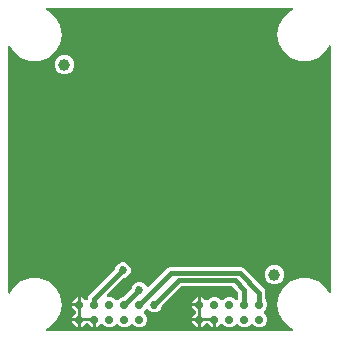
<source format=gbl>
G04 EAGLE Gerber RS-274X export*
G75*
%MOMM*%
%FSLAX34Y34*%
%LPD*%
%INBottom Copper*%
%IPPOS*%
%AMOC8*
5,1,8,0,0,1.08239X$1,22.5*%
G01*
%ADD10C,0.736600*%
%ADD11C,1.000000*%
%ADD12C,0.685800*%
%ADD13C,0.406400*%

G36*
X243661Y3064D02*
X243661Y3064D01*
X243769Y3072D01*
X243801Y3084D01*
X243836Y3089D01*
X243934Y3133D01*
X244035Y3170D01*
X244063Y3191D01*
X244095Y3205D01*
X244177Y3274D01*
X244264Y3338D01*
X244286Y3366D01*
X244312Y3388D01*
X244372Y3478D01*
X244438Y3564D01*
X244450Y3596D01*
X244470Y3625D01*
X244502Y3728D01*
X244542Y3828D01*
X244545Y3863D01*
X244555Y3896D01*
X244558Y4004D01*
X244568Y4111D01*
X244562Y4146D01*
X244563Y4180D01*
X244536Y4285D01*
X244515Y4391D01*
X244500Y4422D01*
X244491Y4455D01*
X244436Y4548D01*
X244387Y4644D01*
X244364Y4670D01*
X244346Y4700D01*
X244267Y4774D01*
X244194Y4853D01*
X244167Y4868D01*
X244138Y4894D01*
X243948Y4992D01*
X243901Y5018D01*
X242522Y5520D01*
X236415Y10644D01*
X232429Y17549D01*
X231045Y25400D01*
X232429Y33251D01*
X236415Y40155D01*
X242522Y45280D01*
X250014Y48007D01*
X257986Y48007D01*
X265478Y45280D01*
X271585Y40156D01*
X274420Y35246D01*
X274432Y35230D01*
X274439Y35213D01*
X274519Y35119D01*
X274595Y35022D01*
X274611Y35010D01*
X274623Y34996D01*
X274725Y34927D01*
X274825Y34855D01*
X274843Y34849D01*
X274860Y34838D01*
X274977Y34801D01*
X275093Y34759D01*
X275112Y34758D01*
X275131Y34752D01*
X275253Y34749D01*
X275376Y34741D01*
X275395Y34745D01*
X275415Y34745D01*
X275534Y34776D01*
X275654Y34802D01*
X275671Y34811D01*
X275690Y34816D01*
X275796Y34879D01*
X275904Y34938D01*
X275918Y34952D01*
X275934Y34962D01*
X276019Y35051D01*
X276106Y35138D01*
X276116Y35155D01*
X276129Y35169D01*
X276185Y35278D01*
X276245Y35386D01*
X276250Y35405D01*
X276258Y35422D01*
X276271Y35494D01*
X276310Y35662D01*
X276307Y35713D01*
X276314Y35753D01*
X276389Y243775D01*
X276386Y243795D01*
X276388Y243814D01*
X276366Y243935D01*
X276349Y244057D01*
X276341Y244075D01*
X276337Y244094D01*
X276283Y244204D01*
X276233Y244316D01*
X276220Y244331D01*
X276211Y244349D01*
X276128Y244440D01*
X276049Y244533D01*
X276033Y244544D01*
X276019Y244559D01*
X275915Y244623D01*
X275812Y244691D01*
X275794Y244697D01*
X275777Y244707D01*
X275658Y244740D01*
X275541Y244777D01*
X275522Y244777D01*
X275503Y244783D01*
X275380Y244781D01*
X275257Y244784D01*
X275238Y244779D01*
X275218Y244779D01*
X275101Y244743D01*
X274982Y244713D01*
X274965Y244702D01*
X274946Y244697D01*
X274844Y244630D01*
X274738Y244567D01*
X274724Y244553D01*
X274708Y244542D01*
X274661Y244486D01*
X274543Y244360D01*
X274520Y244314D01*
X274494Y244283D01*
X271585Y239245D01*
X265478Y234120D01*
X257986Y231393D01*
X250014Y231393D01*
X242522Y234120D01*
X236415Y239244D01*
X232429Y246149D01*
X231045Y254000D01*
X232429Y261851D01*
X236415Y268755D01*
X242522Y273880D01*
X243901Y274382D01*
X243997Y274433D01*
X244095Y274477D01*
X244122Y274499D01*
X244152Y274516D01*
X244230Y274591D01*
X244312Y274661D01*
X244331Y274689D01*
X244356Y274714D01*
X244410Y274807D01*
X244470Y274897D01*
X244480Y274930D01*
X244497Y274960D01*
X244523Y275065D01*
X244555Y275168D01*
X244556Y275203D01*
X244565Y275237D01*
X244560Y275344D01*
X244563Y275452D01*
X244554Y275486D01*
X244553Y275521D01*
X244518Y275623D01*
X244491Y275727D01*
X244473Y275757D01*
X244462Y275790D01*
X244401Y275879D01*
X244346Y275972D01*
X244320Y275996D01*
X244301Y276024D01*
X244217Y276092D01*
X244138Y276166D01*
X244107Y276182D01*
X244081Y276204D01*
X243981Y276247D01*
X243885Y276296D01*
X243855Y276301D01*
X243819Y276316D01*
X243607Y276342D01*
X243554Y276351D01*
X35846Y276351D01*
X35739Y276336D01*
X35631Y276328D01*
X35599Y276316D01*
X35564Y276311D01*
X35466Y276267D01*
X35365Y276230D01*
X35337Y276209D01*
X35305Y276195D01*
X35223Y276126D01*
X35136Y276062D01*
X35114Y276034D01*
X35088Y276012D01*
X35028Y275922D01*
X34962Y275836D01*
X34950Y275804D01*
X34930Y275775D01*
X34898Y275672D01*
X34858Y275572D01*
X34855Y275537D01*
X34845Y275504D01*
X34842Y275396D01*
X34832Y275289D01*
X34838Y275254D01*
X34837Y275220D01*
X34864Y275115D01*
X34885Y275009D01*
X34900Y274978D01*
X34909Y274945D01*
X34964Y274852D01*
X35013Y274756D01*
X35036Y274730D01*
X35054Y274700D01*
X35133Y274626D01*
X35206Y274547D01*
X35233Y274532D01*
X35262Y274506D01*
X35452Y274408D01*
X35499Y274382D01*
X36878Y273880D01*
X42985Y268756D01*
X46971Y261851D01*
X48355Y254000D01*
X46971Y246149D01*
X42985Y239245D01*
X36878Y234120D01*
X29386Y231393D01*
X21414Y231393D01*
X13922Y234120D01*
X7815Y239244D01*
X5030Y244068D01*
X5018Y244083D01*
X5010Y244101D01*
X4931Y244195D01*
X4855Y244292D01*
X4839Y244303D01*
X4827Y244318D01*
X4725Y244386D01*
X4625Y244458D01*
X4607Y244465D01*
X4590Y244476D01*
X4473Y244513D01*
X4357Y244554D01*
X4338Y244556D01*
X4319Y244561D01*
X4197Y244565D01*
X4073Y244572D01*
X4054Y244568D01*
X4035Y244569D01*
X3916Y244538D01*
X3796Y244511D01*
X3779Y244502D01*
X3760Y244497D01*
X3654Y244434D01*
X3546Y244375D01*
X3532Y244362D01*
X3516Y244352D01*
X3431Y244262D01*
X3344Y244176D01*
X3334Y244159D01*
X3321Y244145D01*
X3265Y244035D01*
X3205Y243928D01*
X3200Y243909D01*
X3192Y243892D01*
X3179Y243819D01*
X3140Y243651D01*
X3143Y243600D01*
X3136Y243561D01*
X3062Y35711D01*
X3064Y35692D01*
X3062Y35672D01*
X3084Y35551D01*
X3101Y35430D01*
X3109Y35412D01*
X3113Y35392D01*
X3167Y35282D01*
X3217Y35170D01*
X3230Y35155D01*
X3239Y35138D01*
X3322Y35047D01*
X3401Y34953D01*
X3417Y34942D01*
X3431Y34928D01*
X3536Y34864D01*
X3638Y34796D01*
X3656Y34790D01*
X3673Y34779D01*
X3792Y34747D01*
X3909Y34710D01*
X3928Y34709D01*
X3947Y34704D01*
X4070Y34706D01*
X4193Y34702D01*
X4212Y34707D01*
X4232Y34708D01*
X4349Y34743D01*
X4468Y34774D01*
X4485Y34784D01*
X4504Y34790D01*
X4607Y34856D01*
X4712Y34919D01*
X4726Y34934D01*
X4742Y34944D01*
X4789Y35001D01*
X4907Y35126D01*
X4930Y35172D01*
X4956Y35203D01*
X7815Y40155D01*
X13922Y45280D01*
X21414Y48007D01*
X29386Y48007D01*
X36878Y45280D01*
X42985Y40156D01*
X46971Y33251D01*
X48355Y25400D01*
X46971Y17549D01*
X42985Y10644D01*
X36878Y5520D01*
X35499Y5018D01*
X35403Y4967D01*
X35305Y4923D01*
X35278Y4901D01*
X35248Y4884D01*
X35170Y4809D01*
X35088Y4739D01*
X35069Y4711D01*
X35044Y4686D01*
X34990Y4593D01*
X34930Y4503D01*
X34920Y4470D01*
X34903Y4440D01*
X34877Y4335D01*
X34845Y4232D01*
X34844Y4197D01*
X34835Y4163D01*
X34840Y4056D01*
X34837Y3948D01*
X34846Y3914D01*
X34847Y3879D01*
X34882Y3777D01*
X34909Y3673D01*
X34927Y3643D01*
X34938Y3610D01*
X34999Y3521D01*
X35054Y3428D01*
X35080Y3404D01*
X35099Y3376D01*
X35183Y3308D01*
X35262Y3234D01*
X35293Y3218D01*
X35319Y3196D01*
X35419Y3153D01*
X35515Y3104D01*
X35545Y3099D01*
X35581Y3084D01*
X35793Y3058D01*
X35846Y3049D01*
X243554Y3049D01*
X243661Y3064D01*
G37*
%LPC*%
G36*
X87561Y5968D02*
X87561Y5968D01*
X85087Y6993D01*
X83193Y8887D01*
X83133Y9031D01*
X83097Y9094D01*
X83069Y9160D01*
X83025Y9215D01*
X82989Y9276D01*
X82936Y9326D01*
X82891Y9382D01*
X82834Y9423D01*
X82782Y9471D01*
X82718Y9504D01*
X82659Y9546D01*
X82592Y9569D01*
X82529Y9601D01*
X82458Y9615D01*
X82390Y9639D01*
X82320Y9643D01*
X82250Y9657D01*
X82178Y9650D01*
X82106Y9654D01*
X82038Y9638D01*
X81967Y9632D01*
X81900Y9606D01*
X81829Y9590D01*
X81768Y9555D01*
X81702Y9530D01*
X81644Y9487D01*
X81581Y9451D01*
X81540Y9408D01*
X81475Y9358D01*
X81403Y9262D01*
X81351Y9207D01*
X81034Y8733D01*
X80168Y7866D01*
X79148Y7185D01*
X78015Y6715D01*
X77279Y6569D01*
X77279Y12636D01*
X77271Y12694D01*
X77272Y12753D01*
X77251Y12834D01*
X77239Y12918D01*
X77215Y12971D01*
X77200Y13028D01*
X77157Y13100D01*
X77123Y13177D01*
X77085Y13222D01*
X77055Y13272D01*
X76993Y13330D01*
X76939Y13394D01*
X76919Y13407D01*
X76866Y13457D01*
X76812Y13521D01*
X76763Y13554D01*
X76720Y13594D01*
X76645Y13632D01*
X76575Y13679D01*
X76519Y13697D01*
X76467Y13723D01*
X76399Y13735D01*
X76304Y13765D01*
X76204Y13767D01*
X76136Y13779D01*
X64579Y13779D01*
X64579Y25336D01*
X64571Y25394D01*
X64571Y25419D01*
X64579Y25464D01*
X64579Y31531D01*
X65315Y31385D01*
X66448Y30915D01*
X67468Y30234D01*
X68334Y29367D01*
X68651Y28893D01*
X68699Y28839D01*
X68740Y28779D01*
X68794Y28734D01*
X68841Y28681D01*
X68902Y28643D01*
X68957Y28596D01*
X69022Y28568D01*
X69081Y28530D01*
X69151Y28510D01*
X69217Y28481D01*
X69287Y28471D01*
X69355Y28452D01*
X69427Y28452D01*
X69499Y28442D01*
X69568Y28452D01*
X69639Y28452D01*
X69708Y28472D01*
X69780Y28483D01*
X69844Y28512D01*
X69912Y28531D01*
X69973Y28570D01*
X70039Y28600D01*
X70093Y28646D01*
X70152Y28683D01*
X70200Y28737D01*
X70255Y28784D01*
X70287Y28835D01*
X70341Y28896D01*
X70393Y29004D01*
X70433Y29069D01*
X70493Y29213D01*
X70822Y29542D01*
X70874Y29612D01*
X70934Y29676D01*
X70960Y29725D01*
X70993Y29769D01*
X71024Y29851D01*
X71064Y29929D01*
X71072Y29976D01*
X71094Y30035D01*
X71106Y30183D01*
X71119Y30260D01*
X71119Y31491D01*
X71893Y33358D01*
X93555Y55020D01*
X93607Y55090D01*
X93667Y55154D01*
X93693Y55203D01*
X93726Y55247D01*
X93757Y55329D01*
X93797Y55407D01*
X93805Y55455D01*
X93827Y55513D01*
X93839Y55661D01*
X93852Y55738D01*
X93852Y55898D01*
X94838Y58279D01*
X96661Y60102D01*
X99042Y61088D01*
X101618Y61088D01*
X103999Y60102D01*
X105822Y58279D01*
X106808Y55898D01*
X106808Y53322D01*
X105822Y50941D01*
X103999Y49118D01*
X101618Y48132D01*
X101458Y48132D01*
X101371Y48120D01*
X101284Y48117D01*
X101231Y48100D01*
X101177Y48092D01*
X101097Y48057D01*
X101014Y48030D01*
X100974Y48002D01*
X100917Y47976D01*
X100804Y47880D01*
X100740Y47835D01*
X86770Y33865D01*
X86752Y33841D01*
X86730Y33822D01*
X86667Y33728D01*
X86599Y33638D01*
X86589Y33610D01*
X86572Y33586D01*
X86538Y33478D01*
X86498Y33372D01*
X86496Y33343D01*
X86487Y33315D01*
X86484Y33201D01*
X86474Y33089D01*
X86480Y33060D01*
X86479Y33031D01*
X86508Y32921D01*
X86530Y32810D01*
X86544Y32784D01*
X86551Y32756D01*
X86609Y32658D01*
X86661Y32558D01*
X86681Y32536D01*
X86696Y32511D01*
X86779Y32434D01*
X86857Y32352D01*
X86882Y32337D01*
X86904Y32317D01*
X87005Y32265D01*
X87102Y32208D01*
X87131Y32201D01*
X87157Y32187D01*
X87234Y32174D01*
X87378Y32138D01*
X87440Y32140D01*
X87488Y32132D01*
X90239Y32132D01*
X92713Y31107D01*
X94532Y29288D01*
X94579Y29253D01*
X94619Y29210D01*
X94692Y29168D01*
X94759Y29117D01*
X94814Y29096D01*
X94864Y29067D01*
X94946Y29046D01*
X95025Y29016D01*
X95083Y29011D01*
X95140Y28997D01*
X95224Y28999D01*
X95308Y28992D01*
X95366Y29004D01*
X95424Y29006D01*
X95504Y29032D01*
X95587Y29048D01*
X95639Y29075D01*
X95695Y29093D01*
X95751Y29133D01*
X95839Y29179D01*
X95912Y29248D01*
X95968Y29288D01*
X97787Y31107D01*
X100261Y32132D01*
X100726Y32132D01*
X100813Y32144D01*
X100900Y32147D01*
X100953Y32164D01*
X101007Y32172D01*
X101087Y32207D01*
X101171Y32234D01*
X101210Y32262D01*
X101267Y32288D01*
X101380Y32384D01*
X101444Y32429D01*
X107525Y38510D01*
X107577Y38580D01*
X107637Y38644D01*
X107663Y38693D01*
X107696Y38737D01*
X107727Y38819D01*
X107767Y38897D01*
X107775Y38945D01*
X107797Y39003D01*
X107809Y39151D01*
X107822Y39228D01*
X107822Y39388D01*
X108808Y41769D01*
X110631Y43592D01*
X113012Y44578D01*
X115588Y44578D01*
X117969Y43592D01*
X119792Y41769D01*
X120292Y40562D01*
X120350Y40463D01*
X120403Y40361D01*
X120422Y40341D01*
X120436Y40317D01*
X120520Y40238D01*
X120599Y40155D01*
X120623Y40141D01*
X120643Y40122D01*
X120745Y40069D01*
X120844Y40011D01*
X120871Y40005D01*
X120896Y39992D01*
X121008Y39970D01*
X121119Y39941D01*
X121147Y39942D01*
X121174Y39937D01*
X121289Y39947D01*
X121404Y39950D01*
X121430Y39959D01*
X121458Y39961D01*
X121565Y40003D01*
X121674Y40038D01*
X121694Y40052D01*
X121723Y40063D01*
X121935Y40224D01*
X121947Y40233D01*
X138092Y56377D01*
X139959Y57151D01*
X200401Y57151D01*
X202268Y56377D01*
X220207Y38438D01*
X220981Y36571D01*
X220981Y30260D01*
X220993Y30173D01*
X220996Y30086D01*
X221013Y30033D01*
X221021Y29978D01*
X221056Y29899D01*
X221083Y29815D01*
X221111Y29776D01*
X221137Y29719D01*
X221233Y29606D01*
X221278Y29542D01*
X221607Y29213D01*
X222632Y26739D01*
X222632Y24061D01*
X221607Y21587D01*
X219788Y19768D01*
X219753Y19721D01*
X219710Y19681D01*
X219668Y19608D01*
X219617Y19541D01*
X219596Y19486D01*
X219567Y19436D01*
X219546Y19354D01*
X219516Y19275D01*
X219511Y19217D01*
X219497Y19160D01*
X219499Y19076D01*
X219492Y18992D01*
X219504Y18934D01*
X219506Y18876D01*
X219532Y18796D01*
X219548Y18713D01*
X219575Y18661D01*
X219593Y18605D01*
X219633Y18549D01*
X219679Y18461D01*
X219748Y18388D01*
X219788Y18332D01*
X221607Y16513D01*
X222632Y14039D01*
X222632Y11361D01*
X221607Y8887D01*
X219713Y6993D01*
X217239Y5968D01*
X214561Y5968D01*
X212087Y6993D01*
X210268Y8812D01*
X210221Y8847D01*
X210181Y8890D01*
X210108Y8932D01*
X210041Y8983D01*
X209986Y9004D01*
X209936Y9033D01*
X209854Y9054D01*
X209775Y9084D01*
X209717Y9089D01*
X209660Y9103D01*
X209576Y9101D01*
X209492Y9108D01*
X209434Y9096D01*
X209376Y9094D01*
X209296Y9068D01*
X209213Y9052D01*
X209161Y9025D01*
X209105Y9007D01*
X209049Y8967D01*
X208961Y8921D01*
X208888Y8852D01*
X208832Y8812D01*
X207013Y6993D01*
X204539Y5968D01*
X201861Y5968D01*
X199387Y6993D01*
X197568Y8812D01*
X197521Y8847D01*
X197481Y8890D01*
X197408Y8932D01*
X197341Y8983D01*
X197286Y9004D01*
X197236Y9033D01*
X197154Y9054D01*
X197075Y9084D01*
X197017Y9089D01*
X196960Y9103D01*
X196876Y9101D01*
X196792Y9108D01*
X196734Y9096D01*
X196676Y9094D01*
X196596Y9068D01*
X196513Y9052D01*
X196461Y9025D01*
X196405Y9007D01*
X196349Y8967D01*
X196261Y8921D01*
X196188Y8852D01*
X196132Y8812D01*
X194313Y6993D01*
X191839Y5968D01*
X189161Y5968D01*
X186687Y6993D01*
X184793Y8887D01*
X184733Y9031D01*
X184697Y9094D01*
X184669Y9160D01*
X184625Y9215D01*
X184589Y9276D01*
X184536Y9326D01*
X184491Y9382D01*
X184434Y9423D01*
X184382Y9471D01*
X184318Y9504D01*
X184259Y9546D01*
X184192Y9569D01*
X184129Y9601D01*
X184058Y9615D01*
X183990Y9639D01*
X183920Y9643D01*
X183850Y9657D01*
X183778Y9650D01*
X183706Y9654D01*
X183638Y9638D01*
X183567Y9632D01*
X183500Y9606D01*
X183429Y9590D01*
X183368Y9555D01*
X183302Y9530D01*
X183244Y9487D01*
X183181Y9451D01*
X183140Y9408D01*
X183075Y9358D01*
X183003Y9262D01*
X182951Y9207D01*
X182634Y8733D01*
X181768Y7866D01*
X180748Y7185D01*
X179615Y6715D01*
X178879Y6569D01*
X178879Y12636D01*
X178871Y12694D01*
X178872Y12753D01*
X178851Y12834D01*
X178839Y12918D01*
X178815Y12971D01*
X178800Y13028D01*
X178757Y13100D01*
X178723Y13177D01*
X178685Y13222D01*
X178655Y13272D01*
X178593Y13330D01*
X178539Y13394D01*
X178519Y13407D01*
X178466Y13457D01*
X178412Y13521D01*
X178363Y13554D01*
X178320Y13594D01*
X178245Y13632D01*
X178175Y13679D01*
X178119Y13697D01*
X178067Y13723D01*
X177999Y13735D01*
X177904Y13765D01*
X177804Y13767D01*
X177736Y13779D01*
X166179Y13779D01*
X166179Y25336D01*
X166171Y25394D01*
X166171Y25419D01*
X166179Y25464D01*
X166179Y31531D01*
X166915Y31385D01*
X168048Y30915D01*
X169068Y30234D01*
X169934Y29367D01*
X170251Y28893D01*
X170299Y28839D01*
X170340Y28779D01*
X170394Y28734D01*
X170441Y28681D01*
X170502Y28643D01*
X170557Y28596D01*
X170622Y28568D01*
X170681Y28530D01*
X170751Y28510D01*
X170817Y28481D01*
X170887Y28471D01*
X170955Y28452D01*
X171027Y28452D01*
X171098Y28442D01*
X171168Y28452D01*
X171239Y28452D01*
X171308Y28472D01*
X171380Y28483D01*
X171444Y28512D01*
X171512Y28531D01*
X171573Y28570D01*
X171639Y28600D01*
X171693Y28646D01*
X171752Y28683D01*
X171800Y28737D01*
X171855Y28784D01*
X171887Y28835D01*
X171941Y28896D01*
X171993Y29004D01*
X172033Y29069D01*
X172093Y29213D01*
X173987Y31107D01*
X176461Y32132D01*
X179139Y32132D01*
X181613Y31107D01*
X183432Y29288D01*
X183479Y29253D01*
X183519Y29210D01*
X183592Y29168D01*
X183659Y29117D01*
X183714Y29096D01*
X183764Y29067D01*
X183846Y29046D01*
X183925Y29016D01*
X183983Y29011D01*
X184040Y28997D01*
X184124Y28999D01*
X184208Y28992D01*
X184266Y29004D01*
X184324Y29006D01*
X184404Y29032D01*
X184487Y29048D01*
X184539Y29075D01*
X184595Y29093D01*
X184651Y29133D01*
X184739Y29179D01*
X184812Y29248D01*
X184868Y29288D01*
X186687Y31107D01*
X189161Y32132D01*
X191839Y32132D01*
X194313Y31107D01*
X196132Y29288D01*
X196179Y29253D01*
X196219Y29210D01*
X196292Y29168D01*
X196359Y29117D01*
X196414Y29096D01*
X196464Y29067D01*
X196546Y29046D01*
X196625Y29016D01*
X196683Y29011D01*
X196740Y28997D01*
X196824Y28999D01*
X196908Y28992D01*
X196966Y29004D01*
X197024Y29006D01*
X197104Y29032D01*
X197187Y29048D01*
X197239Y29075D01*
X197294Y29093D01*
X197351Y29133D01*
X197439Y29179D01*
X197512Y29248D01*
X197568Y29288D01*
X197822Y29542D01*
X197874Y29612D01*
X197934Y29676D01*
X197960Y29725D01*
X197993Y29769D01*
X198024Y29851D01*
X198064Y29929D01*
X198072Y29976D01*
X198094Y30035D01*
X198106Y30183D01*
X198119Y30260D01*
X198119Y35575D01*
X198112Y35627D01*
X198113Y35653D01*
X198107Y35676D01*
X198104Y35749D01*
X198087Y35802D01*
X198079Y35856D01*
X198044Y35936D01*
X198017Y36019D01*
X197989Y36059D01*
X197963Y36116D01*
X197867Y36229D01*
X197822Y36293D01*
X193011Y41104D01*
X192941Y41156D01*
X192877Y41216D01*
X192828Y41242D01*
X192784Y41275D01*
X192702Y41306D01*
X192624Y41346D01*
X192576Y41354D01*
X192518Y41376D01*
X192370Y41388D01*
X192293Y41401D01*
X150607Y41401D01*
X150520Y41389D01*
X150433Y41386D01*
X150380Y41369D01*
X150326Y41361D01*
X150246Y41326D01*
X150163Y41299D01*
X150123Y41271D01*
X150066Y41245D01*
X149953Y41149D01*
X149889Y41104D01*
X133775Y24990D01*
X133723Y24920D01*
X133663Y24856D01*
X133637Y24807D01*
X133604Y24763D01*
X133573Y24681D01*
X133533Y24603D01*
X133525Y24555D01*
X133503Y24497D01*
X133491Y24349D01*
X133478Y24272D01*
X133478Y24112D01*
X132492Y21731D01*
X130669Y19908D01*
X128288Y18922D01*
X125712Y18922D01*
X123331Y19908D01*
X121548Y21692D01*
X121501Y21727D01*
X121460Y21769D01*
X121388Y21812D01*
X121320Y21863D01*
X121266Y21883D01*
X121215Y21913D01*
X121134Y21934D01*
X121055Y21964D01*
X120996Y21969D01*
X120940Y21983D01*
X120855Y21980D01*
X120771Y21987D01*
X120714Y21976D01*
X120656Y21974D01*
X120575Y21948D01*
X120493Y21931D01*
X120441Y21904D01*
X120385Y21886D01*
X120329Y21846D01*
X120240Y21800D01*
X120168Y21732D01*
X120112Y21692D01*
X118188Y19768D01*
X118153Y19721D01*
X118110Y19681D01*
X118068Y19608D01*
X118017Y19541D01*
X117996Y19486D01*
X117967Y19436D01*
X117946Y19354D01*
X117916Y19275D01*
X117911Y19217D01*
X117897Y19160D01*
X117899Y19076D01*
X117892Y18992D01*
X117904Y18934D01*
X117906Y18876D01*
X117932Y18796D01*
X117948Y18713D01*
X117975Y18661D01*
X117993Y18605D01*
X118033Y18549D01*
X118079Y18461D01*
X118148Y18388D01*
X118188Y18332D01*
X120007Y16513D01*
X121032Y14039D01*
X121032Y11361D01*
X120007Y8887D01*
X118113Y6993D01*
X115639Y5968D01*
X112961Y5968D01*
X110487Y6993D01*
X108668Y8812D01*
X108621Y8847D01*
X108581Y8890D01*
X108508Y8932D01*
X108441Y8983D01*
X108386Y9004D01*
X108336Y9033D01*
X108254Y9054D01*
X108175Y9084D01*
X108117Y9089D01*
X108060Y9103D01*
X107976Y9101D01*
X107892Y9108D01*
X107834Y9096D01*
X107776Y9094D01*
X107696Y9068D01*
X107613Y9052D01*
X107561Y9025D01*
X107505Y9007D01*
X107449Y8967D01*
X107361Y8921D01*
X107288Y8852D01*
X107232Y8812D01*
X105413Y6993D01*
X102939Y5968D01*
X100261Y5968D01*
X97787Y6993D01*
X95968Y8812D01*
X95921Y8847D01*
X95881Y8890D01*
X95808Y8932D01*
X95741Y8983D01*
X95686Y9004D01*
X95636Y9033D01*
X95554Y9054D01*
X95475Y9084D01*
X95417Y9089D01*
X95360Y9103D01*
X95276Y9101D01*
X95192Y9108D01*
X95134Y9096D01*
X95076Y9094D01*
X94996Y9068D01*
X94913Y9052D01*
X94861Y9025D01*
X94805Y9007D01*
X94749Y8967D01*
X94661Y8921D01*
X94588Y8852D01*
X94532Y8812D01*
X92713Y6993D01*
X90239Y5968D01*
X87561Y5968D01*
G37*
%LPD*%
%LPC*%
G36*
X49199Y220551D02*
X49199Y220551D01*
X46241Y221777D01*
X43977Y224041D01*
X42751Y226999D01*
X42751Y230201D01*
X43977Y233159D01*
X46241Y235423D01*
X49199Y236649D01*
X52401Y236649D01*
X55359Y235423D01*
X57623Y233159D01*
X58849Y230201D01*
X58849Y226999D01*
X57623Y224041D01*
X55359Y221777D01*
X52401Y220551D01*
X49199Y220551D01*
G37*
%LPD*%
%LPC*%
G36*
X226999Y42751D02*
X226999Y42751D01*
X224041Y43977D01*
X221777Y46241D01*
X220551Y49199D01*
X220551Y52401D01*
X221777Y55359D01*
X224041Y57623D01*
X226999Y58849D01*
X230201Y58849D01*
X233159Y57623D01*
X235423Y55359D01*
X236649Y52401D01*
X236649Y49199D01*
X235423Y46241D01*
X233159Y43977D01*
X230201Y42751D01*
X226999Y42751D01*
G37*
%LPD*%
%LPC*%
G36*
X57369Y13779D02*
X57369Y13779D01*
X57515Y14515D01*
X57985Y15648D01*
X58666Y16668D01*
X59533Y17534D01*
X60538Y18206D01*
X60623Y18282D01*
X60713Y18354D01*
X60729Y18377D01*
X60750Y18395D01*
X60811Y18492D01*
X60877Y18586D01*
X60886Y18613D01*
X60901Y18636D01*
X60932Y18746D01*
X60970Y18855D01*
X60971Y18883D01*
X60979Y18909D01*
X60979Y19024D01*
X60985Y19139D01*
X60979Y19166D01*
X60979Y19194D01*
X60947Y19304D01*
X60921Y19416D01*
X60907Y19440D01*
X60899Y19467D01*
X60838Y19564D01*
X60782Y19664D01*
X60764Y19681D01*
X60748Y19707D01*
X60548Y19884D01*
X60538Y19894D01*
X60535Y19896D01*
X59533Y20566D01*
X58666Y21432D01*
X57985Y22452D01*
X57515Y23585D01*
X57369Y24321D01*
X62421Y24321D01*
X62421Y13779D01*
X57369Y13779D01*
G37*
%LPD*%
%LPC*%
G36*
X158969Y13779D02*
X158969Y13779D01*
X159115Y14515D01*
X159585Y15648D01*
X160266Y16668D01*
X161133Y17534D01*
X162138Y18206D01*
X162223Y18282D01*
X162313Y18354D01*
X162329Y18377D01*
X162350Y18395D01*
X162411Y18493D01*
X162477Y18586D01*
X162486Y18613D01*
X162501Y18636D01*
X162532Y18747D01*
X162570Y18855D01*
X162571Y18883D01*
X162579Y18909D01*
X162579Y19024D01*
X162585Y19139D01*
X162579Y19166D01*
X162579Y19194D01*
X162547Y19304D01*
X162521Y19416D01*
X162507Y19440D01*
X162499Y19467D01*
X162438Y19563D01*
X162382Y19664D01*
X162364Y19681D01*
X162348Y19707D01*
X162149Y19884D01*
X162138Y19894D01*
X161133Y20566D01*
X160266Y21432D01*
X159585Y22452D01*
X159115Y23585D01*
X158969Y24321D01*
X164021Y24321D01*
X164021Y13779D01*
X158969Y13779D01*
G37*
%LPD*%
%LPC*%
G36*
X74385Y6715D02*
X74385Y6715D01*
X73252Y7185D01*
X72232Y7866D01*
X71366Y8733D01*
X70694Y9738D01*
X70672Y9763D01*
X70664Y9776D01*
X70639Y9799D01*
X70618Y9823D01*
X70546Y9913D01*
X70523Y9929D01*
X70505Y9950D01*
X70408Y10011D01*
X70314Y10077D01*
X70287Y10086D01*
X70264Y10101D01*
X70154Y10132D01*
X70045Y10170D01*
X70017Y10171D01*
X69991Y10179D01*
X69876Y10179D01*
X69761Y10185D01*
X69734Y10179D01*
X69706Y10179D01*
X69596Y10147D01*
X69484Y10121D01*
X69460Y10107D01*
X69433Y10099D01*
X69336Y10038D01*
X69236Y9982D01*
X69219Y9964D01*
X69193Y9948D01*
X69094Y9836D01*
X69070Y9816D01*
X69052Y9789D01*
X69016Y9748D01*
X69006Y9738D01*
X69004Y9735D01*
X68334Y8733D01*
X67468Y7866D01*
X66448Y7185D01*
X65315Y6715D01*
X64579Y6569D01*
X64579Y11621D01*
X75121Y11621D01*
X75121Y6569D01*
X74385Y6715D01*
G37*
%LPD*%
%LPC*%
G36*
X175985Y6715D02*
X175985Y6715D01*
X174852Y7185D01*
X173832Y7866D01*
X172966Y8733D01*
X172294Y9738D01*
X172272Y9763D01*
X172264Y9776D01*
X172239Y9799D01*
X172218Y9823D01*
X172146Y9913D01*
X172123Y9929D01*
X172105Y9950D01*
X172008Y10011D01*
X171914Y10077D01*
X171887Y10086D01*
X171864Y10101D01*
X171754Y10132D01*
X171645Y10170D01*
X171617Y10171D01*
X171591Y10179D01*
X171476Y10179D01*
X171361Y10185D01*
X171334Y10179D01*
X171306Y10179D01*
X171196Y10147D01*
X171084Y10121D01*
X171060Y10107D01*
X171033Y10099D01*
X170936Y10038D01*
X170836Y9982D01*
X170819Y9964D01*
X170793Y9948D01*
X170694Y9836D01*
X170670Y9816D01*
X170652Y9789D01*
X170616Y9748D01*
X170606Y9738D01*
X170604Y9735D01*
X169934Y8733D01*
X169068Y7866D01*
X168048Y7185D01*
X166915Y6715D01*
X166179Y6569D01*
X166179Y11621D01*
X176721Y11621D01*
X176721Y6569D01*
X175985Y6715D01*
G37*
%LPD*%
%LPC*%
G36*
X57369Y26479D02*
X57369Y26479D01*
X57515Y27215D01*
X57985Y28348D01*
X58666Y29368D01*
X59532Y30234D01*
X60552Y30915D01*
X61685Y31385D01*
X62421Y31531D01*
X62421Y26479D01*
X57369Y26479D01*
G37*
%LPD*%
%LPC*%
G36*
X158969Y26479D02*
X158969Y26479D01*
X159115Y27215D01*
X159585Y28348D01*
X160266Y29368D01*
X161132Y30234D01*
X162152Y30915D01*
X163285Y31385D01*
X164021Y31531D01*
X164021Y26479D01*
X158969Y26479D01*
G37*
%LPD*%
%LPC*%
G36*
X61685Y6715D02*
X61685Y6715D01*
X60552Y7185D01*
X59532Y7866D01*
X58666Y8732D01*
X57985Y9752D01*
X57515Y10885D01*
X57369Y11621D01*
X62421Y11621D01*
X62421Y6569D01*
X61685Y6715D01*
G37*
%LPD*%
%LPC*%
G36*
X163285Y6715D02*
X163285Y6715D01*
X162152Y7185D01*
X161132Y7866D01*
X160266Y8732D01*
X159585Y9752D01*
X159115Y10885D01*
X158969Y11621D01*
X164021Y11621D01*
X164021Y6569D01*
X163285Y6715D01*
G37*
%LPD*%
D10*
X63500Y12700D03*
X63500Y25400D03*
X76200Y12700D03*
X76200Y25400D03*
X88900Y12700D03*
X88900Y25400D03*
X101600Y12700D03*
X101600Y25400D03*
X114300Y12700D03*
X114300Y25400D03*
X165100Y12700D03*
X165100Y25400D03*
X177800Y12700D03*
X177800Y25400D03*
X190500Y12700D03*
X190500Y25400D03*
X203200Y12700D03*
X203200Y25400D03*
X215900Y12700D03*
X215900Y25400D03*
D11*
X50800Y228600D03*
X228600Y50800D03*
D12*
X81280Y156210D03*
X36830Y177800D03*
X39370Y138430D03*
X9525Y207010D03*
X132080Y127000D03*
X128270Y11430D03*
X168910Y142240D03*
X63500Y266700D03*
X114300Y266700D03*
X165100Y266700D03*
X215900Y266700D03*
X215900Y215900D03*
X266700Y215900D03*
X63500Y215900D03*
X114300Y215900D03*
X165100Y215900D03*
X215900Y165100D03*
X266700Y165100D03*
X266700Y114300D03*
X215900Y114300D03*
X215900Y63500D03*
X266700Y63500D03*
D13*
X76200Y30480D02*
X76200Y25400D01*
D12*
X100330Y54610D03*
D13*
X76200Y30480D01*
X101600Y25400D02*
X114300Y38100D01*
D12*
X114300Y38100D03*
X127000Y25400D03*
D13*
X148082Y46482D01*
X203200Y38100D02*
X203200Y25400D01*
X194818Y46482D02*
X148082Y46482D01*
X194818Y46482D02*
X203200Y38100D01*
X215900Y35560D02*
X215900Y25400D01*
X215900Y35560D02*
X199390Y52070D01*
X140970Y52070D01*
X114300Y25400D01*
M02*

</source>
